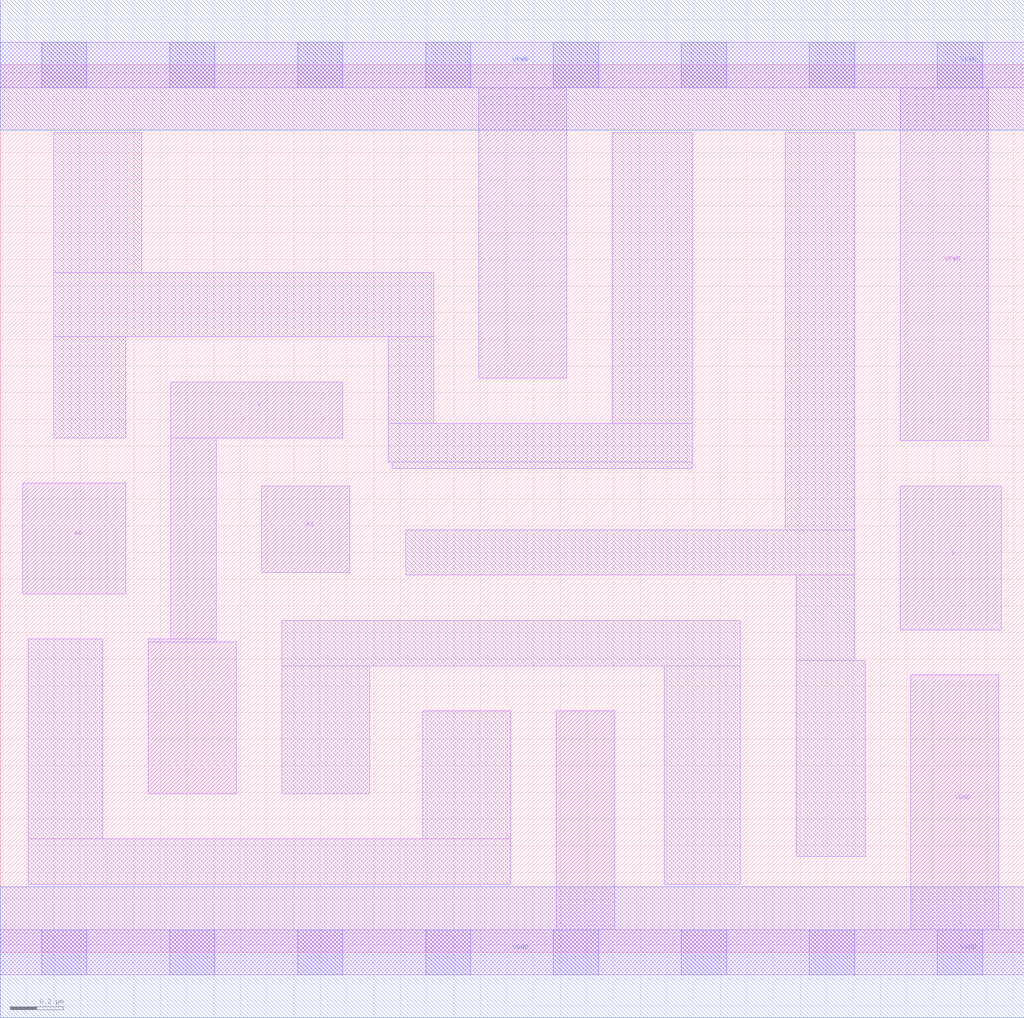
<source format=lef>
# Copyright 2020 The SkyWater PDK Authors
#
# Licensed under the Apache License, Version 2.0 (the "License");
# you may not use this file except in compliance with the License.
# You may obtain a copy of the License at
#
#     https://www.apache.org/licenses/LICENSE-2.0
#
# Unless required by applicable law or agreed to in writing, software
# distributed under the License is distributed on an "AS IS" BASIS,
# WITHOUT WARRANTIES OR CONDITIONS OF ANY KIND, either express or implied.
# See the License for the specific language governing permissions and
# limitations under the License.
#
# SPDX-License-Identifier: Apache-2.0

VERSION 5.7 ;
  NAMESCASESENSITIVE ON ;
  NOWIREEXTENSIONATPIN ON ;
  DIVIDERCHAR "/" ;
  BUSBITCHARS "[]" ;
UNITS
  DATABASE MICRONS 200 ;
END UNITS
MACRO sky130_fd_sc_lp__mux2i_1
  CLASS CORE ;
  SOURCE USER ;
  FOREIGN sky130_fd_sc_lp__mux2i_1 ;
  ORIGIN  0.000000  0.000000 ;
  SIZE  3.840000 BY  3.330000 ;
  SYMMETRY X Y R90 ;
  SITE unit ;
  PIN A0
    ANTENNAGATEAREA  0.315000 ;
    DIRECTION INPUT ;
    USE SIGNAL ;
    PORT
      LAYER li1 ;
        RECT 0.085000 1.345000 0.470000 1.760000 ;
    END
  END A0
  PIN A1
    ANTENNAGATEAREA  0.315000 ;
    DIRECTION INPUT ;
    USE SIGNAL ;
    PORT
      LAYER li1 ;
        RECT 0.980000 1.425000 1.310000 1.750000 ;
    END
  END A1
  PIN S
    ANTENNAGATEAREA  0.630000 ;
    DIRECTION INPUT ;
    USE SIGNAL ;
    PORT
      LAYER li1 ;
        RECT 3.375000 1.210000 3.755000 1.750000 ;
    END
  END S
  PIN Y
    ANTENNADIFFAREA  0.693000 ;
    DIRECTION OUTPUT ;
    USE SIGNAL ;
    PORT
      LAYER li1 ;
        RECT 0.555000 0.595000 0.885000 1.165000 ;
        RECT 0.555000 1.165000 0.810000 1.175000 ;
        RECT 0.640000 1.175000 0.810000 1.930000 ;
        RECT 0.640000 1.930000 1.285000 2.140000 ;
    END
  END Y
  PIN VGND
    DIRECTION INOUT ;
    USE GROUND ;
    PORT
      LAYER li1 ;
        RECT 0.000000 -0.085000 3.840000 0.085000 ;
        RECT 2.085000  0.085000 2.305000 0.905000 ;
        RECT 3.415000  0.085000 3.745000 1.040000 ;
      LAYER mcon ;
        RECT 0.155000 -0.085000 0.325000 0.085000 ;
        RECT 0.635000 -0.085000 0.805000 0.085000 ;
        RECT 1.115000 -0.085000 1.285000 0.085000 ;
        RECT 1.595000 -0.085000 1.765000 0.085000 ;
        RECT 2.075000 -0.085000 2.245000 0.085000 ;
        RECT 2.555000 -0.085000 2.725000 0.085000 ;
        RECT 3.035000 -0.085000 3.205000 0.085000 ;
        RECT 3.515000 -0.085000 3.685000 0.085000 ;
      LAYER met1 ;
        RECT 0.000000 -0.245000 3.840000 0.245000 ;
    END
  END VGND
  PIN VPWR
    DIRECTION INOUT ;
    USE POWER ;
    PORT
      LAYER li1 ;
        RECT 0.000000 3.245000 3.840000 3.415000 ;
        RECT 1.795000 2.155000 2.125000 3.245000 ;
        RECT 3.375000 1.920000 3.705000 3.245000 ;
      LAYER mcon ;
        RECT 0.155000 3.245000 0.325000 3.415000 ;
        RECT 0.635000 3.245000 0.805000 3.415000 ;
        RECT 1.115000 3.245000 1.285000 3.415000 ;
        RECT 1.595000 3.245000 1.765000 3.415000 ;
        RECT 2.075000 3.245000 2.245000 3.415000 ;
        RECT 2.555000 3.245000 2.725000 3.415000 ;
        RECT 3.035000 3.245000 3.205000 3.415000 ;
        RECT 3.515000 3.245000 3.685000 3.415000 ;
      LAYER met1 ;
        RECT 0.000000 3.085000 3.840000 3.575000 ;
    END
  END VPWR
  OBS
    LAYER li1 ;
      RECT 0.105000 0.255000 1.915000 0.425000 ;
      RECT 0.105000 0.425000 0.385000 1.175000 ;
      RECT 0.200000 1.930000 0.470000 2.310000 ;
      RECT 0.200000 2.310000 1.625000 2.550000 ;
      RECT 0.200000 2.550000 0.530000 3.075000 ;
      RECT 1.055000 0.595000 1.385000 1.075000 ;
      RECT 1.055000 1.075000 2.775000 1.245000 ;
      RECT 1.455000 1.840000 2.595000 1.985000 ;
      RECT 1.455000 1.985000 1.625000 2.310000 ;
      RECT 1.470000 1.815000 2.595000 1.840000 ;
      RECT 1.520000 1.415000 3.205000 1.585000 ;
      RECT 1.585000 0.425000 1.915000 0.905000 ;
      RECT 2.295000 1.985000 2.595000 3.075000 ;
      RECT 2.490000 0.255000 2.775000 1.075000 ;
      RECT 2.945000 1.585000 3.205000 3.075000 ;
      RECT 2.985000 0.360000 3.245000 1.095000 ;
      RECT 2.985000 1.095000 3.205000 1.415000 ;
  END
END sky130_fd_sc_lp__mux2i_1

</source>
